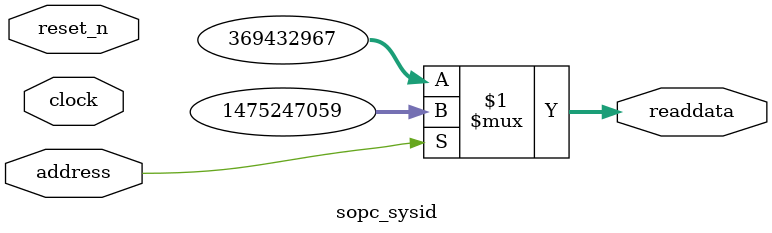
<source format=v>



// synthesis translate_off
`timescale 1ns / 1ps
// synthesis translate_on

// turn off superfluous verilog processor warnings 
// altera message_level Level1 
// altera message_off 10034 10035 10036 10037 10230 10240 10030 

module sopc_sysid (
               // inputs:
                address,
                clock,
                reset_n,

               // outputs:
                readdata
             )
;

  output  [ 31: 0] readdata;
  input            address;
  input            clock;
  input            reset_n;

  wire    [ 31: 0] readdata;
  //control_slave, which is an e_avalon_slave
  assign readdata = address ? 1475247059 : 369432967;

endmodule



</source>
